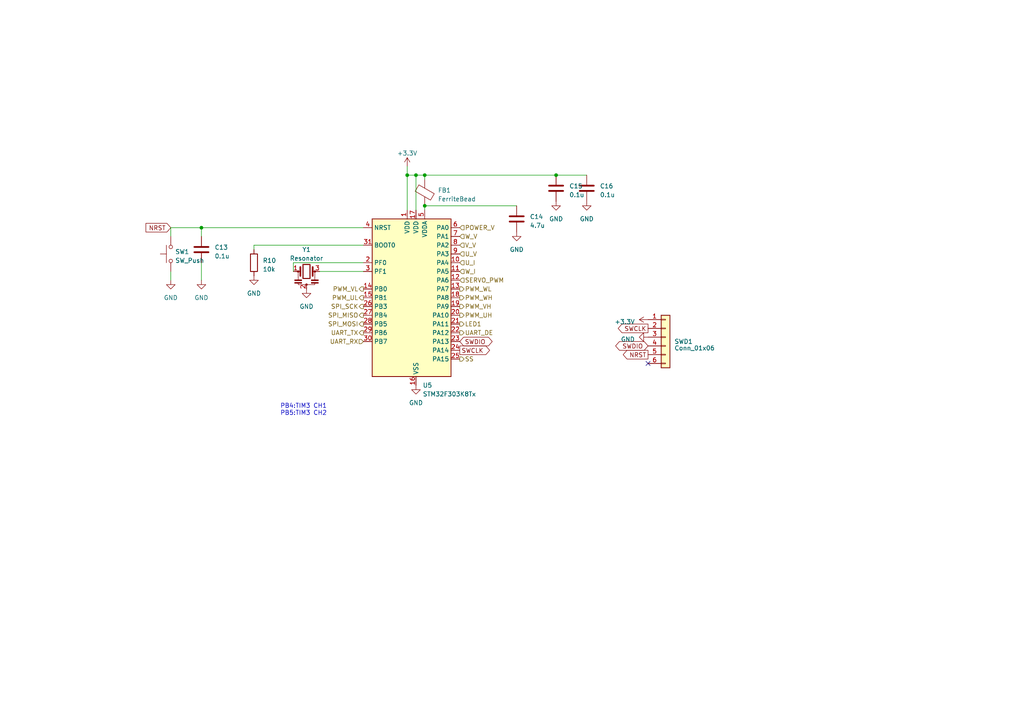
<source format=kicad_sch>
(kicad_sch (version 20230121) (generator eeschema)
  (paper "A4")
  (lib_symbols
    (symbol "Connector_Generic:Conn_01x06" (pin_names (offset 1.016) hide)
      (property "Reference" "J" (at 0 7.62 0))
      (property "Value" "Conn_01x06" (at 0 -10.16 0))
      (symbol "Conn_01x06_1_1"
        (rectangle (start -1.27 -7.493) (end 0 -7.747) (stroke (width 0.1524)))
        (rectangle (start -1.27 -4.953) (end 0 -5.207) (stroke (width 0.1524)))
        (rectangle (start -1.27 -2.413) (end 0 -2.667) (stroke (width 0.1524)))
        (rectangle (start -1.27 0.127) (end 0 -0.127) (stroke (width 0.1524)))
        (rectangle (start -1.27 2.667) (end 0 2.413) (stroke (width 0.1524)))
        (rectangle (start -1.27 5.207) (end 0 4.953) (stroke (width 0.1524)))
        (rectangle (start -1.27 6.35) (end 1.27 -8.89) (stroke (width 0.254)) (fill (type background)))
        (pin passive line (at -5.08 5.08 0) (length 3.81) (name "Pin_1") (number "1"))
        (pin passive line (at -5.08 2.54 0) (length 3.81) (name "Pin_2") (number "2"))
        (pin passive line (at -5.08 0 0) (length 3.81) (name "Pin_3") (number "3"))
        (pin passive line (at -5.08 -2.54 0) (length 3.81) (name "Pin_4") (number "4"))
        (pin passive line (at -5.08 -5.08 0) (length 3.81) (name "Pin_5") (number "5"))
        (pin passive line (at -5.08 -7.62 0) (length 3.81) (name "Pin_6") (number "6"))
      )
    )
    (symbol "Device:C" (pin_numbers hide) (pin_names (offset 0.254))
      (property "Reference" "C" (at 0.635 2.54 0))
      (property "Value" "C" (at 0.635 -2.54 0))
      (symbol "C_0_1"
        (polyline (pts (xy -2.032 -0.762) (xy 2.032 -0.762)) (stroke (width 0.508)))
        (polyline (pts (xy -2.032 0.762) (xy 2.032 0.762)) (stroke (width 0.508)))
      )
      (symbol "C_1_1"
        (pin passive line (at 0 3.81 270) (length 2.794) (name "~") (number "1"))
        (pin passive line (at 0 -3.81 90) (length 2.794) (name "~") (number "2"))
      )
    )
    (symbol "Device:FerriteBead" (pin_numbers hide) (pin_names (offset 0))
      (property "Reference" "FB" (at -3.81 0.635 90))
      (property "Value" "FerriteBead" (at 3.81 0 90))
      (symbol "FerriteBead_0_1"
        (polyline (pts (xy 0 -1.27) (xy 0 -1.2192)))
        (polyline (pts (xy 0 1.27) (xy 0 1.2954)))
        (polyline (pts (xy -2.7686 0.4064) (xy -1.7018 2.2606) (xy 2.7686 -0.3048) (xy 1.6764 -2.159) (xy -2.7686 0.4064)))
      )
      (symbol "FerriteBead_1_1"
        (pin passive line (at 0 3.81 270) (length 2.54) (name "~") (number "1"))
        (pin passive line (at 0 -3.81 90) (length 2.54) (name "~") (number "2"))
      )
    )
    (symbol "Device:R" (pin_numbers hide) (pin_names (offset 0))
      (property "Reference" "R" (at 2.032 0 90))
      (property "Value" "R" (at 0 0 90))
      (symbol "R_0_1"
        (rectangle (start -1.016 -2.54) (end 1.016 2.54) (stroke (width 0.254)))
      )
      (symbol "R_1_1"
        (pin passive line (at 0 3.81 270) (length 1.27) (name "~") (number "1"))
        (pin passive line (at 0 -3.81 90) (length 1.27) (name "~") (number "2"))
      )
    )
    (symbol "Device:Resonator" (pin_names (offset 1.016) hide)
      (property "Reference" "Y" (at 0 5.715 0))
      (property "Value" "Resonator" (at 0 3.81 0))
      (symbol "Resonator_0_1"
        (rectangle (start -3.429 -3.175) (end -1.397 -3.429) (fill (type outline)))
        (rectangle (start -3.429 -2.413) (end -1.397 -2.667) (fill (type outline)))
        (circle (center -2.413 0) (radius 0.254) (fill (type outline)))
        (rectangle (start -1.016 2.032) (end 1.016 -2.032) (stroke (width 0.3048)))
        (circle (center 0 -3.81) (radius 0.254) (fill (type outline)))
        (polyline (pts (xy -2.413 -2.413) (xy -2.413 0)))
        (polyline (pts (xy -1.905 0) (xy -3.175 0)))
        (polyline (pts (xy -1.778 -1.27) (xy -1.778 1.27)) (stroke (width 0.508)))
        (polyline (pts (xy 1.778 -1.27) (xy 1.778 1.27)) (stroke (width 0.508)))
        (polyline (pts (xy 1.905 0) (xy 2.54 0)))
        (polyline (pts (xy 2.413 0) (xy 2.413 -2.54)))
        (polyline (pts (xy 2.413 -3.302) (xy 2.413 -3.81) (xy -2.413 -3.81) (xy -2.413 -3.302)))
        (rectangle (start 1.397 -3.175) (end 3.429 -3.429) (fill (type outline)))
        (rectangle (start 1.397 -2.413) (end 3.429 -2.667) (fill (type outline)))
        (circle (center 2.413 0) (radius 0.254) (fill (type outline)))
      )
      (symbol "Resonator_1_1"
        (pin passive line (at -3.81 0 0) (length 1.27) (name "1") (number "1"))
        (pin passive line (at 0 -5.08 90) (length 1.27) (name "2") (number "2"))
        (pin passive line (at 3.81 0 180) (length 1.27) (name "3") (number "3"))
      )
    )
    (symbol "MCU_ST_STM32F3:STM32F303K8Tx"
      (property "Reference" "U" (at -10.16 24.13 0))
      (property "Value" "STM32F303K8Tx" (at 7.62 24.13 0))
      (symbol "STM32F303K8Tx_0_1"
        (rectangle (start -10.16 -22.86) (end 12.7 22.86) (stroke (width 0.254)) (fill (type background)))
      )
      (symbol "STM32F303K8Tx_1_1"
        (pin power_in line (at 0 25.4 270) (length 2.54) (name "VDD") (number "1"))
        (pin bidirectional line (at 15.24 10.16 180) (length 2.54) (name "PA4") (number "10"))
        (pin bidirectional line (at 15.24 7.62 180) (length 2.54) (name "PA5") (number "11"))
        (pin bidirectional line (at 15.24 5.08 180) (length 2.54) (name "PA6") (number "12"))
        (pin bidirectional line (at 15.24 2.54 180) (length 2.54) (name "PA7") (number "13"))
        (pin bidirectional line (at -12.7 2.54 0) (length 2.54) (name "PB0") (number "14"))
        (pin bidirectional line (at -12.7 0 0) (length 2.54) (name "PB1") (number "15"))
        (pin power_in line (at 2.54 -25.4 90) (length 2.54) (name "VSS") (number "16"))
        (pin power_in line (at 2.54 25.4 270) (length 2.54) (name "VDD") (number "17"))
        (pin bidirectional line (at 15.24 0 180) (length 2.54) (name "PA8") (number "18"))
        (pin bidirectional line (at 15.24 -2.54 180) (length 2.54) (name "PA9") (number "19"))
        (pin bidirectional line (at -12.7 10.16 0) (length 2.54) (name "PF0") (number "2"))
        (pin bidirectional line (at 15.24 -5.08 180) (length 2.54) (name "PA10") (number "20"))
        (pin bidirectional line (at 15.24 -7.62 180) (length 2.54) (name "PA11") (number "21"))
        (pin bidirectional line (at 15.24 -10.16 180) (length 2.54) (name "PA12") (number "22"))
        (pin bidirectional line (at 15.24 -12.7 180) (length 2.54) (name "PA13") (number "23"))
        (pin bidirectional line (at 15.24 -15.24 180) (length 2.54) (name "PA14") (number "24"))
        (pin bidirectional line (at 15.24 -17.78 180) (length 2.54) (name "PA15") (number "25"))
        (pin bidirectional line (at -12.7 -2.54 0) (length 2.54) (name "PB3") (number "26"))
        (pin bidirectional line (at -12.7 -5.08 0) (length 2.54) (name "PB4") (number "27"))
        (pin bidirectional line (at -12.7 -7.62 0) (length 2.54) (name "PB5") (number "28"))
        (pin bidirectional line (at -12.7 -10.16 0) (length 2.54) (name "PB6") (number "29"))
        (pin bidirectional line (at -12.7 7.62 0) (length 2.54) (name "PF1") (number "3"))
        (pin bidirectional line (at -12.7 -12.7 0) (length 2.54) (name "PB7") (number "30"))
        (pin input line (at -12.7 15.24 0) (length 2.54) (name "BOOT0") (number "31"))
        (pin passive line (at 2.54 -25.4 90) (length 2.54) hide (name "VSS") (number "32"))
        (pin input line (at -12.7 20.32 0) (length 2.54) (name "NRST") (number "4"))
        (pin power_in line (at 5.08 25.4 270) (length 2.54) (name "VDDA") (number "5"))
        (pin bidirectional line (at 15.24 20.32 180) (length 2.54) (name "PA0") (number "6"))
        (pin bidirectional line (at 15.24 17.78 180) (length 2.54) (name "PA1") (number "7"))
        (pin bidirectional line (at 15.24 15.24 180) (length 2.54) (name "PA2") (number "8"))
        (pin bidirectional line (at 15.24 12.7 180) (length 2.54) (name "PA3") (number "9"))
      )
    )
    (symbol "Switch:SW_Push" (pin_numbers hide) (pin_names (offset 1.016) hide)
      (property "Reference" "SW" (at 1.27 2.54 0))
      (property "Value" "SW_Push" (at 0 -1.524 0))
      (symbol "SW_Push_0_1"
        (circle (center -2.032 0) (radius 0.508))
        (polyline (pts (xy 0 1.27) (xy 0 3.048)))
        (polyline (pts (xy 2.54 1.27) (xy -2.54 1.27)))
        (circle (center 2.032 0) (radius 0.508))
        (pin passive line (at -5.08 0 0) (length 2.54) (name "1") (number "1"))
        (pin passive line (at 5.08 0 180) (length 2.54) (name "2") (number "2"))
      )
    )
    (symbol "power:+3.3V" (power) (pin_names (offset 0))
      (property "Value" "+3.3V" (at 0 3.556 0))
      (symbol "+3.3V_0_1"
        (polyline (pts (xy -0.762 1.27) (xy 0 2.54)))
        (polyline (pts (xy 0 0) (xy 0 2.54)))
        (polyline (pts (xy 0 2.54) (xy 0.762 1.27)))
      )
      (symbol "+3.3V_1_1"
        (pin power_in line (at 0 0 90) (length 0) hide (name "+3.3V") (number "1"))
      )
    )
    (symbol "power:GND" (power) (pin_names (offset 0))
      (property "Value" "GND" (at 0 -3.81 0))
      (symbol "GND_0_1"
        (polyline (pts (xy 0 0) (xy 0 -1.27) (xy 1.27 -1.27) (xy 0 -2.54) (xy -1.27 -1.27) (xy 0 -1.27)))
      )
      (symbol "GND_1_1"
        (pin power_in line (at 0 0 270) (length 0) hide (name "GND") (number "1"))
      )
    )
  )
  (junction (at 123.19 59.69))
  (junction (at 58.42 66.04))
  (junction (at 161.29 50.8))
  (junction (at 118.11 50.8))
  (junction (at 120.65 50.8))
  (junction (at 123.19 50.8))
  (no_connect (at 187.96 105.41))
  (wire (pts (xy 49.53 78.74) (xy 49.53 81.28)))
  (wire (pts (xy 58.42 76.2) (xy 58.42 81.28)))
  (wire (pts (xy 73.66 71.12) (xy 73.66 72.39)))
  (wire (pts (xy 105.41 71.12) (xy 73.66 71.12)))
  (wire (pts (xy 58.42 66.04) (xy 49.53 66.04)))
  (wire (pts (xy 92.71 78.74) (xy 105.41 78.74)))
  (wire (pts (xy 118.11 48.26) (xy 118.11 50.8)))
  (wire (pts (xy 161.29 50.8) (xy 170.18 50.8)))
  (wire (pts (xy 49.53 66.04) (xy 49.53 68.58)))
  (wire (pts (xy 105.41 76.2) (xy 85.09 76.2)))
  (wire (pts (xy 123.19 50.8) (xy 161.29 50.8)))
  (wire (pts (xy 118.11 50.8) (xy 120.65 50.8)))
  (wire (pts (xy 123.19 50.8) (xy 123.19 52.07)))
  (wire (pts (xy 85.09 76.2) (xy 85.09 78.74)))
  (wire (pts (xy 58.42 66.04) (xy 58.42 68.58)))
  (wire (pts (xy 123.19 59.69) (xy 123.19 60.96)))
  (wire (pts (xy 120.65 50.8) (xy 120.65 60.96)))
  (wire (pts (xy 105.41 66.04) (xy 58.42 66.04)))
  (wire (pts (xy 120.65 50.8) (xy 123.19 50.8)))
  (wire (pts (xy 118.11 50.8) (xy 118.11 60.96)))
  (wire (pts (xy 123.19 59.69) (xy 149.86 59.69)))
  (text "PB4:TIM3 CH1\nPB5:TIM3 CH2" (at 81.28 120.65 0) (effects (font (size 1.27 1.27)) (justify left bottom)))
  (global_label "SWDIO" (shape bidirectional) (at 133.35 99.06 0) (property "Intersheetrefs" "${INTERSHEET_REFS}" (effects hide)))
  (global_label "NRST" (shape input) (at 49.53 66.04 180) (property "Intersheetrefs" "${INTERSHEET_REFS}" (effects hide)))
  (global_label "SWDIO" (shape bidirectional) (at 187.96 100.33 180) (property "Intersheetrefs" "${INTERSHEET_REFS}" (effects hide)))
  (global_label "NRST" (shape output) (at 187.96 102.87 180) (property "Intersheetrefs" "${INTERSHEET_REFS}" (effects hide)))
  (global_label "SWCLK" (shape output) (at 187.96 95.25 180) (property "Intersheetrefs" "${INTERSHEET_REFS}" (effects hide)))
  (global_label "SWCLK" (shape output) (at 133.35 101.6 0) (property "Intersheetrefs" "${INTERSHEET_REFS}" (effects hide)))
  (hierarchical_label "PWM_UH" (shape output) (at 133.35 91.44 0))
  (hierarchical_label "PWM_WL" (shape output) (at 133.35 83.82 0))
  (hierarchical_label "UART_TX" (shape output) (at 105.41 96.52 180))
  (hierarchical_label "UART_RX" (shape input) (at 105.41 99.06 180))
  (hierarchical_label "W_I" (shape input) (at 133.35 78.74 0))
  (hierarchical_label "SPI_MOSI" (shape output) (at 105.41 93.98 180))
  (hierarchical_label "PWM_WH" (shape output) (at 133.35 86.36 0))
  (hierarchical_label "SPI_SCK" (shape output) (at 105.41 88.9 180))
  (hierarchical_label "SERVO_PWM" (shape input) (at 133.35 81.28 0))
  (hierarchical_label "SPI_MISO" (shape output) (at 105.41 91.44 180))
  (hierarchical_label "V_V" (shape input) (at 133.35 71.12 0))
  (hierarchical_label "U_V" (shape input) (at 133.35 73.66 0))
  (hierarchical_label "W_V" (shape input) (at 133.35 68.58 0))
  (hierarchical_label "UART_DE" (shape output) (at 133.35 96.52 0))
  (hierarchical_label "U_I" (shape input) (at 133.35 76.2 0))
  (hierarchical_label "LED1" (shape output) (at 133.35 93.98 0))
  (hierarchical_label "PWM_VL" (shape output) (at 105.41 83.82 180))
  (hierarchical_label "POWER_V" (shape input) (at 133.35 66.04 0))
  (hierarchical_label "PWM_UL" (shape output) (at 105.41 86.36 180))
  (hierarchical_label "PWM_VH" (shape output) (at 133.35 88.9 0))
  (hierarchical_label "SS" (shape output) (at 133.35 104.14 0))
  (symbol (lib_id "power:GND") (at 49.53 81.28 0) (unit 1)
    (property "Reference" "#PWR030" (effects hide))
    (property "Value" "GND" (at 49.53 86.36 0))
  )
  (symbol (lib_id "power:GND") (at 149.86 67.31 0) (unit 1)
    (property "Reference" "#PWR036" (effects hide))
    (property "Value" "GND" (at 149.86 72.39 0))
  )
  (symbol (lib_id "Device:C") (at 149.86 63.5 0) (unit 1)
    (property "Reference" "C14" (at 153.67 62.865 0) (effects (justify left)))
    (property "Value" "4.7u" (at 153.67 65.405 0) (effects (justify left)))
    (property "Footprint" "Capacitor_SMD:C_0805_2012Metric_Pad1.18x1.45mm_HandSolder" (effects hide))
  )
  (symbol (lib_id "Switch:SW_Push") (at 49.53 73.66 90) (unit 1)
    (property "Reference" "SW1" (at 50.8 73.025 90) (effects (justify right)))
    (property "Value" "SW_Push" (at 50.8 75.565 90) (effects (justify right)))
    (property "Footprint" "Robocon_Switch:TVAF06-A020B-R" (effects hide))
  )
  (symbol (lib_id "Device:C") (at 58.42 72.39 0) (unit 1)
    (property "Reference" "C13" (at 62.23 71.755 0) (effects (justify left)))
    (property "Value" "0.1u" (at 62.23 74.295 0) (effects (justify left)))
    (property "Footprint" "Capacitor_SMD:C_0603_1608Metric_Pad1.08x0.95mm_HandSolder" (effects hide))
  )
  (symbol (lib_id "MCU_ST_STM32F3:STM32F303K8Tx") (at 118.11 86.36 0) (unit 1)
    (property "Reference" "U5" (at 122.6059 111.76 0) (effects (justify left)))
    (property "Value" "STM32F303K8Tx" (at 122.6059 114.3 0) (effects (justify left)))
    (property "Footprint" "Package_QFP:LQFP-32_7x7mm_P0.8mm" (effects hide))
    (property "Datasheet" "https://www.st.com/resource/en/datasheet/stm32f303k8.pdf" (effects hide))
  )
  (symbol (lib_id "Device:Resonator") (at 88.9 78.74 0) (unit 1)
    (property "Reference" "Y1" (at 88.9 72.39 0))
    (property "Value" "Resonator" (at 88.9 74.93 0))
    (property "Footprint" "Crystal:Resonator_SMD_Murata_CSTxExxV-3Pin_3.0x1.1mm_HandSoldering" (effects hide))
  )
  (symbol (lib_id "Device:C") (at 170.18 54.61 0) (unit 1)
    (property "Reference" "C16" (at 173.99 53.975 0) (effects (justify left)))
    (property "Value" "0.1u" (at 173.99 56.515 0) (effects (justify left)))
    (property "Footprint" "Capacitor_SMD:C_0603_1608Metric_Pad1.08x0.95mm_HandSolder" (effects hide))
  )
  (symbol (lib_id "power:GND") (at 161.29 58.42 0) (unit 1)
    (property "Reference" "#PWR037" (effects hide))
    (property "Value" "GND" (at 161.29 63.5 0))
  )
  (symbol (lib_id "power:GND") (at 120.65 111.76 0) (unit 1)
    (property "Reference" "#PWR035" (effects hide))
    (property "Value" "GND" (at 120.65 116.84 0))
  )
  (symbol (lib_id "power:GND") (at 58.42 81.28 0) (unit 1)
    (property "Reference" "#PWR031" (effects hide))
    (property "Value" "GND" (at 58.42 86.36 0))
  )
  (symbol (lib_id "power:GND") (at 170.18 58.42 0) (unit 1)
    (property "Reference" "#PWR038" (effects hide))
    (property "Value" "GND" (at 170.18 63.5 0))
  )
  (symbol (lib_id "power:GND") (at 187.96 97.79 270) (unit 1)
    (property "Reference" "#PWR040" (effects hide))
    (property "Value" "GND" (at 184.15 98.425 90) (effects (justify right)))
  )
  (symbol (lib_id "power:+3.3V") (at 118.11 48.26 0) (unit 1)
    (property "Reference" "#PWR034" (effects hide))
    (property "Value" "+3.3V" (at 118.11 44.45 0))
  )
  (symbol (lib_id "Device:R") (at 73.66 76.2 0) (unit 1)
    (property "Reference" "R10" (at 76.2 75.565 0) (effects (justify left)))
    (property "Value" "10k" (at 76.2 78.105 0) (effects (justify left)))
    (property "Footprint" "Resistor_SMD:R_0603_1608Metric_Pad0.98x0.95mm_HandSolder" (effects hide))
  )
  (symbol (lib_id "power:+3.3V") (at 187.96 92.71 90) (unit 1)
    (property "Reference" "#PWR039" (effects hide))
    (property "Value" "+3.3V" (at 184.15 93.345 90) (effects (justify left)))
  )
  (symbol (lib_id "Connector_Generic:Conn_01x06") (at 193.04 97.79 0) (unit 1)
    (property "Reference" "SWD1" (at 195.58 99.06 0) (effects (justify left)))
    (property "Value" "Conn_01x06" (at 195.58 100.965 0) (effects (justify left)))
    (property "Footprint" "Connector_PinHeader_2.54mm:PinHeader_1x06_P2.54mm_Vertical" (effects hide))
  )
  (symbol (lib_id "Device:C") (at 161.29 54.61 0) (unit 1)
    (property "Reference" "C15" (at 165.1 53.975 0) (effects (justify left)))
    (property "Value" "0.1u" (at 165.1 56.515 0) (effects (justify left)))
    (property "Footprint" "Capacitor_SMD:C_0603_1608Metric_Pad1.08x0.95mm_HandSolder" (effects hide))
  )
  (symbol (lib_id "power:GND") (at 88.9 83.82 0) (unit 1)
    (property "Reference" "#PWR033" (effects hide))
    (property "Value" "GND" (at 88.9 88.9 0))
  )
  (symbol (lib_id "power:GND") (at 73.66 80.01 0) (unit 1)
    (property "Reference" "#PWR032" (effects hide))
    (property "Value" "GND" (at 73.66 85.09 0))
  )
  (symbol (lib_id "Device:FerriteBead") (at 123.19 55.88 0) (unit 1)
    (property "Reference" "FB1" (at 127 55.1942 0) (effects (justify left)))
    (property "Value" "FerriteBead" (at 127 57.7342 0) (effects (justify left)))
    (property "Footprint" "Inductor_SMD:L_0603_1608Metric_Pad1.05x0.95mm_HandSolder" (effects hide))
  )
)
</source>
